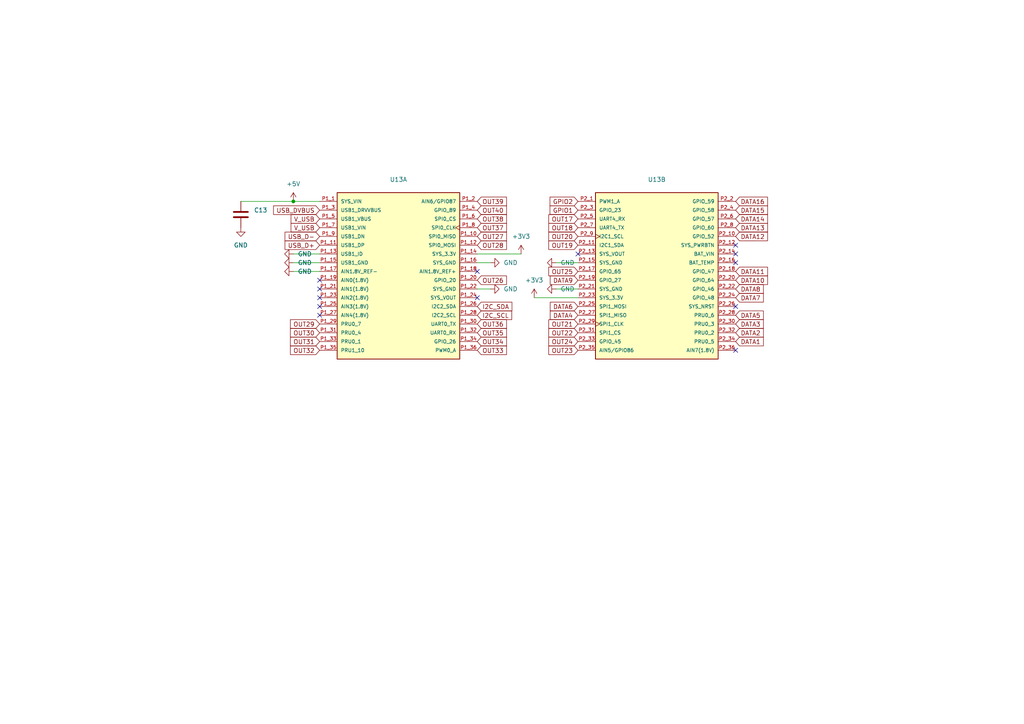
<source format=kicad_sch>
(kicad_sch (version 20211123) (generator eeschema)

  (uuid 7c254773-6646-41f9-8048-3d17751fad80)

  (paper "A4")

  (lib_symbols
    (symbol "Device:C" (pin_numbers hide) (pin_names (offset 0.254)) (in_bom yes) (on_board yes)
      (property "Reference" "C" (id 0) (at 0.635 2.54 0)
        (effects (font (size 1.27 1.27)) (justify left))
      )
      (property "Value" "C" (id 1) (at 0.635 -2.54 0)
        (effects (font (size 1.27 1.27)) (justify left))
      )
      (property "Footprint" "" (id 2) (at 0.9652 -3.81 0)
        (effects (font (size 1.27 1.27)) hide)
      )
      (property "Datasheet" "~" (id 3) (at 0 0 0)
        (effects (font (size 1.27 1.27)) hide)
      )
      (property "ki_keywords" "cap capacitor" (id 4) (at 0 0 0)
        (effects (font (size 1.27 1.27)) hide)
      )
      (property "ki_description" "Unpolarized capacitor" (id 5) (at 0 0 0)
        (effects (font (size 1.27 1.27)) hide)
      )
      (property "ki_fp_filters" "C_*" (id 6) (at 0 0 0)
        (effects (font (size 1.27 1.27)) hide)
      )
      (symbol "C_0_1"
        (polyline
          (pts
            (xy -2.032 -0.762)
            (xy 2.032 -0.762)
          )
          (stroke (width 0.508) (type default) (color 0 0 0 0))
          (fill (type none))
        )
        (polyline
          (pts
            (xy -2.032 0.762)
            (xy 2.032 0.762)
          )
          (stroke (width 0.508) (type default) (color 0 0 0 0))
          (fill (type none))
        )
      )
      (symbol "C_1_1"
        (pin passive line (at 0 3.81 270) (length 2.794)
          (name "~" (effects (font (size 1.27 1.27))))
          (number "1" (effects (font (size 1.27 1.27))))
        )
        (pin passive line (at 0 -3.81 90) (length 2.794)
          (name "~" (effects (font (size 1.27 1.27))))
          (number "2" (effects (font (size 1.27 1.27))))
        )
      )
    )
    (symbol "POCKETBEAGLE-SC-569:POCKETBEAGLE-SC-569" (pin_names (offset 1.016)) (in_bom yes) (on_board yes)
      (property "Reference" "U" (id 0) (at -17.78 22.86 0)
        (effects (font (size 1.27 1.27)) (justify left bottom))
      )
      (property "Value" "POCKETBEAGLE-SC-569" (id 1) (at -17.78 -27.94 0)
        (effects (font (size 1.27 1.27)) (justify left bottom))
      )
      (property "Footprint" "BEAGLE_POCKETBEAGLE-SC-569" (id 2) (at 35.56 -2.54 0)
        (effects (font (size 1.27 1.27)) (justify left bottom) hide)
      )
      (property "Datasheet" "" (id 3) (at 0 0 0)
        (effects (font (size 1.27 1.27)) (justify left bottom) hide)
      )
      (property "STANDARD" "MANUFACTURER RECOMMENDATIONS" (id 4) (at 35.56 2.54 0)
        (effects (font (size 1.27 1.27)) (justify left bottom) hide)
      )
      (property "MANUFACTURER" "BEAGLE BOARD" (id 5) (at 35.56 0 0)
        (effects (font (size 1.27 1.27)) (justify left bottom) hide)
      )
      (property "ki_locked" "" (id 6) (at 0 0 0)
        (effects (font (size 1.27 1.27)))
      )
      (symbol "POCKETBEAGLE-SC-569_1_0"
        (rectangle (start -17.78 22.86) (end 17.78 -25.4)
          (stroke (width 0.254) (type default) (color 0 0 0 0))
          (fill (type background))
        )
        (pin input line (at -22.86 20.32 0) (length 5.08)
          (name "SYS_VIN" (effects (font (size 1.016 1.016))))
          (number "P1_1" (effects (font (size 1.016 1.016))))
        )
        (pin bidirectional line (at 22.86 10.16 180) (length 5.08)
          (name "SPI0_MISO" (effects (font (size 1.016 1.016))))
          (number "P1_10" (effects (font (size 1.016 1.016))))
        )
        (pin bidirectional line (at -22.86 7.62 0) (length 5.08)
          (name "USB1_DP" (effects (font (size 1.016 1.016))))
          (number "P1_11" (effects (font (size 1.016 1.016))))
        )
        (pin bidirectional line (at 22.86 7.62 180) (length 5.08)
          (name "SPI0_MOSI" (effects (font (size 1.016 1.016))))
          (number "P1_12" (effects (font (size 1.016 1.016))))
        )
        (pin input line (at -22.86 5.08 0) (length 5.08)
          (name "USB1_ID" (effects (font (size 1.016 1.016))))
          (number "P1_13" (effects (font (size 1.016 1.016))))
        )
        (pin power_in line (at 22.86 5.08 180) (length 5.08)
          (name "SYS_3.3V" (effects (font (size 1.016 1.016))))
          (number "P1_14" (effects (font (size 1.016 1.016))))
        )
        (pin power_in line (at -22.86 2.54 0) (length 5.08)
          (name "USB1_GND" (effects (font (size 1.016 1.016))))
          (number "P1_15" (effects (font (size 1.016 1.016))))
        )
        (pin power_in line (at 22.86 2.54 180) (length 5.08)
          (name "SYS_GND" (effects (font (size 1.016 1.016))))
          (number "P1_16" (effects (font (size 1.016 1.016))))
        )
        (pin power_in line (at -22.86 0 0) (length 5.08)
          (name "AIN1.8V_REF-" (effects (font (size 1.016 1.016))))
          (number "P1_17" (effects (font (size 1.016 1.016))))
        )
        (pin power_in line (at 22.86 0 180) (length 5.08)
          (name "AIN1.8V_REF+" (effects (font (size 1.016 1.016))))
          (number "P1_18" (effects (font (size 1.016 1.016))))
        )
        (pin power_in line (at -22.86 -2.54 0) (length 5.08)
          (name "AIN0(1.8V)" (effects (font (size 1.016 1.016))))
          (number "P1_19" (effects (font (size 1.016 1.016))))
        )
        (pin bidirectional line (at 22.86 20.32 180) (length 5.08)
          (name "AIN6/GPIO87" (effects (font (size 1.016 1.016))))
          (number "P1_2" (effects (font (size 1.016 1.016))))
        )
        (pin bidirectional line (at 22.86 -2.54 180) (length 5.08)
          (name "GPIO_20" (effects (font (size 1.016 1.016))))
          (number "P1_20" (effects (font (size 1.016 1.016))))
        )
        (pin power_in line (at -22.86 -5.08 0) (length 5.08)
          (name "AIN1(1.8V)" (effects (font (size 1.016 1.016))))
          (number "P1_21" (effects (font (size 1.016 1.016))))
        )
        (pin power_in line (at 22.86 -5.08 180) (length 5.08)
          (name "SYS_GND" (effects (font (size 1.016 1.016))))
          (number "P1_22" (effects (font (size 1.016 1.016))))
        )
        (pin power_in line (at -22.86 -7.62 0) (length 5.08)
          (name "AIN2(1.8V)" (effects (font (size 1.016 1.016))))
          (number "P1_23" (effects (font (size 1.016 1.016))))
        )
        (pin output line (at 22.86 -7.62 180) (length 5.08)
          (name "SYS_VOUT" (effects (font (size 1.016 1.016))))
          (number "P1_24" (effects (font (size 1.016 1.016))))
        )
        (pin power_in line (at -22.86 -10.16 0) (length 5.08)
          (name "AIN3(1.8V)" (effects (font (size 1.016 1.016))))
          (number "P1_25" (effects (font (size 1.016 1.016))))
        )
        (pin bidirectional line (at 22.86 -10.16 180) (length 5.08)
          (name "I2C2_SDA" (effects (font (size 1.016 1.016))))
          (number "P1_26" (effects (font (size 1.016 1.016))))
        )
        (pin power_in line (at -22.86 -12.7 0) (length 5.08)
          (name "AIN4(1.8V)" (effects (font (size 1.016 1.016))))
          (number "P1_27" (effects (font (size 1.016 1.016))))
        )
        (pin bidirectional line (at 22.86 -12.7 180) (length 5.08)
          (name "I2C2_SCL" (effects (font (size 1.016 1.016))))
          (number "P1_28" (effects (font (size 1.016 1.016))))
        )
        (pin bidirectional line (at -22.86 -15.24 0) (length 5.08)
          (name "PRU0_7" (effects (font (size 1.016 1.016))))
          (number "P1_29" (effects (font (size 1.016 1.016))))
        )
        (pin bidirectional line (at -22.86 17.78 0) (length 5.08)
          (name "USB1_DRVVBUS" (effects (font (size 1.016 1.016))))
          (number "P1_3" (effects (font (size 1.016 1.016))))
        )
        (pin bidirectional line (at 22.86 -15.24 180) (length 5.08)
          (name "UART0_TX" (effects (font (size 1.016 1.016))))
          (number "P1_30" (effects (font (size 1.016 1.016))))
        )
        (pin bidirectional line (at -22.86 -17.78 0) (length 5.08)
          (name "PRU0_4" (effects (font (size 1.016 1.016))))
          (number "P1_31" (effects (font (size 1.016 1.016))))
        )
        (pin bidirectional line (at 22.86 -17.78 180) (length 5.08)
          (name "UART0_RX" (effects (font (size 1.016 1.016))))
          (number "P1_32" (effects (font (size 1.016 1.016))))
        )
        (pin bidirectional line (at -22.86 -20.32 0) (length 5.08)
          (name "PRU0_1" (effects (font (size 1.016 1.016))))
          (number "P1_33" (effects (font (size 1.016 1.016))))
        )
        (pin bidirectional line (at 22.86 -20.32 180) (length 5.08)
          (name "GPIO_26" (effects (font (size 1.016 1.016))))
          (number "P1_34" (effects (font (size 1.016 1.016))))
        )
        (pin bidirectional line (at -22.86 -22.86 0) (length 5.08)
          (name "PRU1_10" (effects (font (size 1.016 1.016))))
          (number "P1_35" (effects (font (size 1.016 1.016))))
        )
        (pin bidirectional line (at 22.86 -22.86 180) (length 5.08)
          (name "PWM0_A" (effects (font (size 1.016 1.016))))
          (number "P1_36" (effects (font (size 1.016 1.016))))
        )
        (pin bidirectional line (at 22.86 17.78 180) (length 5.08)
          (name "GPIO_89" (effects (font (size 1.016 1.016))))
          (number "P1_4" (effects (font (size 1.016 1.016))))
        )
        (pin input line (at -22.86 15.24 0) (length 5.08)
          (name "USB1_VBUS" (effects (font (size 1.016 1.016))))
          (number "P1_5" (effects (font (size 1.016 1.016))))
        )
        (pin bidirectional line (at 22.86 15.24 180) (length 5.08)
          (name "SPI0_CS" (effects (font (size 1.016 1.016))))
          (number "P1_6" (effects (font (size 1.016 1.016))))
        )
        (pin input line (at -22.86 12.7 0) (length 5.08)
          (name "USB1_VIN" (effects (font (size 1.016 1.016))))
          (number "P1_7" (effects (font (size 1.016 1.016))))
        )
        (pin bidirectional clock (at 22.86 12.7 180) (length 5.08)
          (name "SPI0_CLK" (effects (font (size 1.016 1.016))))
          (number "P1_8" (effects (font (size 1.016 1.016))))
        )
        (pin bidirectional line (at -22.86 10.16 0) (length 5.08)
          (name "USB1_DN" (effects (font (size 1.016 1.016))))
          (number "P1_9" (effects (font (size 1.016 1.016))))
        )
      )
      (symbol "POCKETBEAGLE-SC-569_2_0"
        (rectangle (start -17.78 22.86) (end 17.78 -25.4)
          (stroke (width 0.254) (type default) (color 0 0 0 0))
          (fill (type background))
        )
        (pin bidirectional line (at -22.86 20.32 0) (length 5.08)
          (name "PWM1_A" (effects (font (size 1.016 1.016))))
          (number "P2_1" (effects (font (size 1.016 1.016))))
        )
        (pin bidirectional line (at 22.86 10.16 180) (length 5.08)
          (name "GPIO_52" (effects (font (size 1.016 1.016))))
          (number "P2_10" (effects (font (size 1.016 1.016))))
        )
        (pin bidirectional line (at -22.86 7.62 0) (length 5.08)
          (name "I2C1_SDA" (effects (font (size 1.016 1.016))))
          (number "P2_11" (effects (font (size 1.016 1.016))))
        )
        (pin power_in line (at 22.86 7.62 180) (length 5.08)
          (name "SYS_PWRBTN" (effects (font (size 1.016 1.016))))
          (number "P2_12" (effects (font (size 1.016 1.016))))
        )
        (pin output line (at -22.86 5.08 0) (length 5.08)
          (name "SYS_VOUT" (effects (font (size 1.016 1.016))))
          (number "P2_13" (effects (font (size 1.016 1.016))))
        )
        (pin input line (at 22.86 5.08 180) (length 5.08)
          (name "BAT_VIN" (effects (font (size 1.016 1.016))))
          (number "P2_14" (effects (font (size 1.016 1.016))))
        )
        (pin power_in line (at -22.86 2.54 0) (length 5.08)
          (name "SYS_GND" (effects (font (size 1.016 1.016))))
          (number "P2_15" (effects (font (size 1.016 1.016))))
        )
        (pin bidirectional line (at 22.86 2.54 180) (length 5.08)
          (name "BAT_TEMP" (effects (font (size 1.016 1.016))))
          (number "P2_16" (effects (font (size 1.016 1.016))))
        )
        (pin bidirectional line (at -22.86 0 0) (length 5.08)
          (name "GPIO_65" (effects (font (size 1.016 1.016))))
          (number "P2_17" (effects (font (size 1.016 1.016))))
        )
        (pin bidirectional line (at 22.86 0 180) (length 5.08)
          (name "GPIO_47" (effects (font (size 1.016 1.016))))
          (number "P2_18" (effects (font (size 1.016 1.016))))
        )
        (pin bidirectional line (at -22.86 -2.54 0) (length 5.08)
          (name "GPIO_27" (effects (font (size 1.016 1.016))))
          (number "P2_19" (effects (font (size 1.016 1.016))))
        )
        (pin bidirectional line (at 22.86 20.32 180) (length 5.08)
          (name "GPIO_59" (effects (font (size 1.016 1.016))))
          (number "P2_2" (effects (font (size 1.016 1.016))))
        )
        (pin bidirectional line (at 22.86 -2.54 180) (length 5.08)
          (name "GPIO_64" (effects (font (size 1.016 1.016))))
          (number "P2_20" (effects (font (size 1.016 1.016))))
        )
        (pin power_in line (at -22.86 -5.08 0) (length 5.08)
          (name "SYS_GND" (effects (font (size 1.016 1.016))))
          (number "P2_21" (effects (font (size 1.016 1.016))))
        )
        (pin bidirectional line (at 22.86 -5.08 180) (length 5.08)
          (name "GPIO_46" (effects (font (size 1.016 1.016))))
          (number "P2_22" (effects (font (size 1.016 1.016))))
        )
        (pin power_in line (at -22.86 -7.62 0) (length 5.08)
          (name "SYS_3.3V" (effects (font (size 1.016 1.016))))
          (number "P2_23" (effects (font (size 1.016 1.016))))
        )
        (pin bidirectional line (at 22.86 -7.62 180) (length 5.08)
          (name "GPIO_48" (effects (font (size 1.016 1.016))))
          (number "P2_24" (effects (font (size 1.016 1.016))))
        )
        (pin bidirectional line (at -22.86 -10.16 0) (length 5.08)
          (name "SPI1_MOSI" (effects (font (size 1.016 1.016))))
          (number "P2_25" (effects (font (size 1.016 1.016))))
        )
        (pin bidirectional line (at 22.86 -10.16 180) (length 5.08)
          (name "SYS_NRST" (effects (font (size 1.016 1.016))))
          (number "P2_26" (effects (font (size 1.016 1.016))))
        )
        (pin bidirectional line (at -22.86 -12.7 0) (length 5.08)
          (name "SPI1_MISO" (effects (font (size 1.016 1.016))))
          (number "P2_27" (effects (font (size 1.016 1.016))))
        )
        (pin bidirectional line (at 22.86 -12.7 180) (length 5.08)
          (name "PRU0_6" (effects (font (size 1.016 1.016))))
          (number "P2_28" (effects (font (size 1.016 1.016))))
        )
        (pin bidirectional clock (at -22.86 -15.24 0) (length 5.08)
          (name "SPI1_CLK" (effects (font (size 1.016 1.016))))
          (number "P2_29" (effects (font (size 1.016 1.016))))
        )
        (pin bidirectional line (at -22.86 17.78 0) (length 5.08)
          (name "GPIO_23" (effects (font (size 1.016 1.016))))
          (number "P2_3" (effects (font (size 1.016 1.016))))
        )
        (pin bidirectional line (at 22.86 -15.24 180) (length 5.08)
          (name "PRU0_3" (effects (font (size 1.016 1.016))))
          (number "P2_30" (effects (font (size 1.016 1.016))))
        )
        (pin bidirectional line (at -22.86 -17.78 0) (length 5.08)
          (name "SPI1_CS" (effects (font (size 1.016 1.016))))
          (number "P2_31" (effects (font (size 1.016 1.016))))
        )
        (pin bidirectional line (at 22.86 -17.78 180) (length 5.08)
          (name "PRU0_2" (effects (font (size 1.016 1.016))))
          (number "P2_32" (effects (font (size 1.016 1.016))))
        )
        (pin bidirectional line (at -22.86 -20.32 0) (length 5.08)
          (name "GPIO_45" (effects (font (size 1.016 1.016))))
          (number "P2_33" (effects (font (size 1.016 1.016))))
        )
        (pin bidirectional line (at 22.86 -20.32 180) (length 5.08)
          (name "PRU0_5" (effects (font (size 1.016 1.016))))
          (number "P2_34" (effects (font (size 1.016 1.016))))
        )
        (pin bidirectional line (at -22.86 -22.86 0) (length 5.08)
          (name "AIN5/GPIO86" (effects (font (size 1.016 1.016))))
          (number "P2_35" (effects (font (size 1.016 1.016))))
        )
        (pin power_in line (at 22.86 -22.86 180) (length 5.08)
          (name "AIN7(1.8V)" (effects (font (size 1.016 1.016))))
          (number "P2_36" (effects (font (size 1.016 1.016))))
        )
        (pin bidirectional line (at 22.86 17.78 180) (length 5.08)
          (name "GPIO_58" (effects (font (size 1.016 1.016))))
          (number "P2_4" (effects (font (size 1.016 1.016))))
        )
        (pin bidirectional line (at -22.86 15.24 0) (length 5.08)
          (name "UART4_RX" (effects (font (size 1.016 1.016))))
          (number "P2_5" (effects (font (size 1.016 1.016))))
        )
        (pin bidirectional line (at 22.86 15.24 180) (length 5.08)
          (name "GPIO_57" (effects (font (size 1.016 1.016))))
          (number "P2_6" (effects (font (size 1.016 1.016))))
        )
        (pin bidirectional line (at -22.86 12.7 0) (length 5.08)
          (name "UART4_TX" (effects (font (size 1.016 1.016))))
          (number "P2_7" (effects (font (size 1.016 1.016))))
        )
        (pin bidirectional line (at 22.86 12.7 180) (length 5.08)
          (name "GPIO_60" (effects (font (size 1.016 1.016))))
          (number "P2_8" (effects (font (size 1.016 1.016))))
        )
        (pin bidirectional clock (at -22.86 10.16 0) (length 5.08)
          (name "I2C1_SCL" (effects (font (size 1.016 1.016))))
          (number "P2_9" (effects (font (size 1.016 1.016))))
        )
      )
    )
    (symbol "power:+3.3V" (power) (pin_names (offset 0)) (in_bom yes) (on_board yes)
      (property "Reference" "#PWR" (id 0) (at 0 -3.81 0)
        (effects (font (size 1.27 1.27)) hide)
      )
      (property "Value" "+3.3V" (id 1) (at 0 3.556 0)
        (effects (font (size 1.27 1.27)))
      )
      (property "Footprint" "" (id 2) (at 0 0 0)
        (effects (font (size 1.27 1.27)) hide)
      )
      (property "Datasheet" "" (id 3) (at 0 0 0)
        (effects (font (size 1.27 1.27)) hide)
      )
      (property "ki_keywords" "power-flag" (id 4) (at 0 0 0)
        (effects (font (size 1.27 1.27)) hide)
      )
      (property "ki_description" "Power symbol creates a global label with name \"+3.3V\"" (id 5) (at 0 0 0)
        (effects (font (size 1.27 1.27)) hide)
      )
      (symbol "+3.3V_0_1"
        (polyline
          (pts
            (xy -0.762 1.27)
            (xy 0 2.54)
          )
          (stroke (width 0) (type default) (color 0 0 0 0))
          (fill (type none))
        )
        (polyline
          (pts
            (xy 0 0)
            (xy 0 2.54)
          )
          (stroke (width 0) (type default) (color 0 0 0 0))
          (fill (type none))
        )
        (polyline
          (pts
            (xy 0 2.54)
            (xy 0.762 1.27)
          )
          (stroke (width 0) (type default) (color 0 0 0 0))
          (fill (type none))
        )
      )
      (symbol "+3.3V_1_1"
        (pin power_in line (at 0 0 90) (length 0) hide
          (name "+3V3" (effects (font (size 1.27 1.27))))
          (number "1" (effects (font (size 1.27 1.27))))
        )
      )
    )
    (symbol "power:+5V" (power) (pin_names (offset 0)) (in_bom yes) (on_board yes)
      (property "Reference" "#PWR" (id 0) (at 0 -3.81 0)
        (effects (font (size 1.27 1.27)) hide)
      )
      (property "Value" "+5V" (id 1) (at 0 3.556 0)
        (effects (font (size 1.27 1.27)))
      )
      (property "Footprint" "" (id 2) (at 0 0 0)
        (effects (font (size 1.27 1.27)) hide)
      )
      (property "Datasheet" "" (id 3) (at 0 0 0)
        (effects (font (size 1.27 1.27)) hide)
      )
      (property "ki_keywords" "power-flag" (id 4) (at 0 0 0)
        (effects (font (size 1.27 1.27)) hide)
      )
      (property "ki_description" "Power symbol creates a global label with name \"+5V\"" (id 5) (at 0 0 0)
        (effects (font (size 1.27 1.27)) hide)
      )
      (symbol "+5V_0_1"
        (polyline
          (pts
            (xy -0.762 1.27)
            (xy 0 2.54)
          )
          (stroke (width 0) (type default) (color 0 0 0 0))
          (fill (type none))
        )
        (polyline
          (pts
            (xy 0 0)
            (xy 0 2.54)
          )
          (stroke (width 0) (type default) (color 0 0 0 0))
          (fill (type none))
        )
        (polyline
          (pts
            (xy 0 2.54)
            (xy 0.762 1.27)
          )
          (stroke (width 0) (type default) (color 0 0 0 0))
          (fill (type none))
        )
      )
      (symbol "+5V_1_1"
        (pin power_in line (at 0 0 90) (length 0) hide
          (name "+5V" (effects (font (size 1.27 1.27))))
          (number "1" (effects (font (size 1.27 1.27))))
        )
      )
    )
    (symbol "power:GND" (power) (pin_names (offset 0)) (in_bom yes) (on_board yes)
      (property "Reference" "#PWR" (id 0) (at 0 -6.35 0)
        (effects (font (size 1.27 1.27)) hide)
      )
      (property "Value" "GND" (id 1) (at 0 -3.81 0)
        (effects (font (size 1.27 1.27)))
      )
      (property "Footprint" "" (id 2) (at 0 0 0)
        (effects (font (size 1.27 1.27)) hide)
      )
      (property "Datasheet" "" (id 3) (at 0 0 0)
        (effects (font (size 1.27 1.27)) hide)
      )
      (property "ki_keywords" "power-flag" (id 4) (at 0 0 0)
        (effects (font (size 1.27 1.27)) hide)
      )
      (property "ki_description" "Power symbol creates a global label with name \"GND\" , ground" (id 5) (at 0 0 0)
        (effects (font (size 1.27 1.27)) hide)
      )
      (symbol "GND_0_1"
        (polyline
          (pts
            (xy 0 0)
            (xy 0 -1.27)
            (xy 1.27 -1.27)
            (xy 0 -2.54)
            (xy -1.27 -1.27)
            (xy 0 -1.27)
          )
          (stroke (width 0) (type default) (color 0 0 0 0))
          (fill (type none))
        )
      )
      (symbol "GND_1_1"
        (pin power_in line (at 0 0 270) (length 0) hide
          (name "GND" (effects (font (size 1.27 1.27))))
          (number "1" (effects (font (size 1.27 1.27))))
        )
      )
    )
  )

  (junction (at 85.09 58.42) (diameter 0) (color 0 0 0 0)
    (uuid bdfb4acf-3978-431e-9f80-746ef5e8d3d5)
  )

  (no_connect (at 213.36 88.9) (uuid 7e941ad0-a33b-48b4-bbe1-b4cd6bcaf811))
  (no_connect (at 167.64 73.66) (uuid b6bb680c-5019-444f-8f22-7b2496cdd1f7))
  (no_connect (at 213.36 101.6) (uuid b6bb680c-5019-444f-8f22-7b2496cdd1f8))
  (no_connect (at 213.36 71.12) (uuid b6bb680c-5019-444f-8f22-7b2496cdd1f9))
  (no_connect (at 213.36 76.2) (uuid b6bb680c-5019-444f-8f22-7b2496cdd1fa))
  (no_connect (at 213.36 73.66) (uuid b6bb680c-5019-444f-8f22-7b2496cdd1fb))
  (no_connect (at 138.43 78.74) (uuid b6bb680c-5019-444f-8f22-7b2496cdd1fc))
  (no_connect (at 138.43 86.36) (uuid b6bb680c-5019-444f-8f22-7b2496cdd1fd))
  (no_connect (at 92.71 81.28) (uuid b6bb680c-5019-444f-8f22-7b2496cdd1fe))
  (no_connect (at 92.71 83.82) (uuid b6bb680c-5019-444f-8f22-7b2496cdd1ff))
  (no_connect (at 92.71 86.36) (uuid b6bb680c-5019-444f-8f22-7b2496cdd200))
  (no_connect (at 92.71 88.9) (uuid b6bb680c-5019-444f-8f22-7b2496cdd201))
  (no_connect (at 92.71 91.44) (uuid b6bb680c-5019-444f-8f22-7b2496cdd202))

  (wire (pts (xy 85.09 76.2) (xy 92.71 76.2))
    (stroke (width 0) (type default) (color 0 0 0 0))
    (uuid 0db32ea2-96f1-4799-9766-4defd34500d3)
  )
  (wire (pts (xy 151.13 73.66) (xy 138.43 73.66))
    (stroke (width 0) (type default) (color 0 0 0 0))
    (uuid 16d08528-91f1-4c36-9fdd-ca5c0aaf9705)
  )
  (wire (pts (xy 142.24 83.82) (xy 138.43 83.82))
    (stroke (width 0) (type default) (color 0 0 0 0))
    (uuid 20f6c59e-ddc2-4829-86de-2794525c7d14)
  )
  (wire (pts (xy 161.29 76.2) (xy 167.64 76.2))
    (stroke (width 0) (type default) (color 0 0 0 0))
    (uuid 212700dc-ce1b-43c3-bd33-9d6f7bb69e09)
  )
  (wire (pts (xy 85.09 78.74) (xy 92.71 78.74))
    (stroke (width 0) (type default) (color 0 0 0 0))
    (uuid 6b04e1da-61fe-4247-9519-9d1050cd7bdf)
  )
  (wire (pts (xy 154.94 86.36) (xy 167.64 86.36))
    (stroke (width 0) (type default) (color 0 0 0 0))
    (uuid 795bcd9a-ebf8-49ac-9a07-f20188211dde)
  )
  (wire (pts (xy 69.85 58.42) (xy 85.09 58.42))
    (stroke (width 0) (type default) (color 0 0 0 0))
    (uuid 7fb8c05e-a102-43dc-8a54-666d0df2ee0a)
  )
  (wire (pts (xy 161.29 83.82) (xy 167.64 83.82))
    (stroke (width 0) (type default) (color 0 0 0 0))
    (uuid 9ba7fc51-281d-4763-a34a-66b369f01d5a)
  )
  (wire (pts (xy 142.24 76.2) (xy 138.43 76.2))
    (stroke (width 0) (type default) (color 0 0 0 0))
    (uuid a5f5e9f7-b326-4e16-be44-b4d28fefb60a)
  )
  (wire (pts (xy 85.09 73.66) (xy 92.71 73.66))
    (stroke (width 0) (type default) (color 0 0 0 0))
    (uuid f08f9bf9-fbc1-4434-adb8-bdb75709aa36)
  )
  (wire (pts (xy 85.09 58.42) (xy 92.71 58.42))
    (stroke (width 0) (type default) (color 0 0 0 0))
    (uuid fb816187-b562-47cd-a9cb-bbef4048ca42)
  )

  (global_label "DATA7" (shape input) (at 213.36 86.36 0) (fields_autoplaced)
    (effects (font (size 1.27 1.27)) (justify left))
    (uuid 013d28f0-33d8-45fa-94c3-0e6cfa3f427e)
    (property "Intersheet References" "${INTERSHEET_REFS}" (id 0) (at 221.3974 86.4394 0)
      (effects (font (size 1.27 1.27)) (justify left) hide)
    )
  )
  (global_label "DATA10" (shape input) (at 213.36 81.28 0) (fields_autoplaced)
    (effects (font (size 1.27 1.27)) (justify left))
    (uuid 042cd293-06db-42f3-afc5-3844e62e7be3)
    (property "Intersheet References" "${INTERSHEET_REFS}" (id 0) (at 222.6069 81.2006 0)
      (effects (font (size 1.27 1.27)) (justify left) hide)
    )
  )
  (global_label "OUT30" (shape input) (at 92.71 96.52 180) (fields_autoplaced)
    (effects (font (size 1.27 1.27)) (justify right))
    (uuid 081a2b6c-3b06-41c8-a6b2-297e145be970)
    (property "Intersheet References" "${INTERSHEET_REFS}" (id 0) (at 84.2493 96.5994 0)
      (effects (font (size 1.27 1.27)) (justify right) hide)
    )
  )
  (global_label "DATA16" (shape input) (at 213.36 58.42 0) (fields_autoplaced)
    (effects (font (size 1.27 1.27)) (justify left))
    (uuid 097aed7f-15cd-4bc6-a697-f0499ea9ca60)
    (property "Intersheet References" "${INTERSHEET_REFS}" (id 0) (at 222.6069 58.3406 0)
      (effects (font (size 1.27 1.27)) (justify left) hide)
    )
  )
  (global_label "OUT31" (shape input) (at 92.71 99.06 180) (fields_autoplaced)
    (effects (font (size 1.27 1.27)) (justify right))
    (uuid 0a69b721-d367-499e-b9ef-9edaa4b21d16)
    (property "Intersheet References" "${INTERSHEET_REFS}" (id 0) (at 84.2493 99.1394 0)
      (effects (font (size 1.27 1.27)) (justify right) hide)
    )
  )
  (global_label "OUT26" (shape input) (at 138.43 81.28 0) (fields_autoplaced)
    (effects (font (size 1.27 1.27)) (justify left))
    (uuid 0f00dcf4-f0d3-417c-818d-bc0e37b67c1c)
    (property "Intersheet References" "${INTERSHEET_REFS}" (id 0) (at 146.8907 81.3594 0)
      (effects (font (size 1.27 1.27)) (justify left) hide)
    )
  )
  (global_label "I2C_SDA" (shape input) (at 138.43 88.9 0) (fields_autoplaced)
    (effects (font (size 1.27 1.27)) (justify left))
    (uuid 1368c2ec-f6c9-4eb6-b850-ede8fce5f93f)
    (property "Intersheet References" "${INTERSHEET_REFS}" (id 0) (at 148.4631 88.8206 0)
      (effects (font (size 1.27 1.27)) (justify left) hide)
    )
  )
  (global_label "USB_D+" (shape input) (at 92.71 71.12 180) (fields_autoplaced)
    (effects (font (size 1.27 1.27)) (justify right))
    (uuid 1952be80-b444-4b68-9999-d9c3b9d18c82)
    (property "Intersheet References" "${INTERSHEET_REFS}" (id 0) (at 82.6769 71.0406 0)
      (effects (font (size 1.27 1.27)) (justify right) hide)
    )
  )
  (global_label "USB_DVBUS" (shape input) (at 92.71 60.96 180) (fields_autoplaced)
    (effects (font (size 1.27 1.27)) (justify right))
    (uuid 19956d14-44ae-480b-89a2-5e629f4fc78e)
    (property "Intersheet References" "${INTERSHEET_REFS}" (id 0) (at 79.3507 60.8806 0)
      (effects (font (size 1.27 1.27)) (justify right) hide)
    )
  )
  (global_label "OUT20" (shape input) (at 167.64 68.58 180) (fields_autoplaced)
    (effects (font (size 1.27 1.27)) (justify right))
    (uuid 29eee2c9-6071-4c6a-bf41-8b6a3d7611b3)
    (property "Intersheet References" "${INTERSHEET_REFS}" (id 0) (at 159.1793 68.5006 0)
      (effects (font (size 1.27 1.27)) (justify right) hide)
    )
  )
  (global_label "OUT35" (shape input) (at 138.43 96.52 0) (fields_autoplaced)
    (effects (font (size 1.27 1.27)) (justify left))
    (uuid 2b8216a2-c165-43aa-8f01-03bdb2710c7d)
    (property "Intersheet References" "${INTERSHEET_REFS}" (id 0) (at 146.8907 96.4406 0)
      (effects (font (size 1.27 1.27)) (justify left) hide)
    )
  )
  (global_label "OUT25" (shape input) (at 167.64 78.74 180) (fields_autoplaced)
    (effects (font (size 1.27 1.27)) (justify right))
    (uuid 2b91a5b1-533e-4f41-9371-cec82ba3644d)
    (property "Intersheet References" "${INTERSHEET_REFS}" (id 0) (at 159.1793 78.6606 0)
      (effects (font (size 1.27 1.27)) (justify right) hide)
    )
  )
  (global_label "OUT32" (shape input) (at 92.71 101.6 180) (fields_autoplaced)
    (effects (font (size 1.27 1.27)) (justify right))
    (uuid 3c702fe9-2b93-4c01-a32c-7f6170e61f7a)
    (property "Intersheet References" "${INTERSHEET_REFS}" (id 0) (at 84.2493 101.6794 0)
      (effects (font (size 1.27 1.27)) (justify right) hide)
    )
  )
  (global_label "DATA13" (shape input) (at 213.36 66.04 0) (fields_autoplaced)
    (effects (font (size 1.27 1.27)) (justify left))
    (uuid 407e5ff3-ea9d-401c-a1e1-c2fe7d2ee85e)
    (property "Intersheet References" "${INTERSHEET_REFS}" (id 0) (at 222.6069 65.9606 0)
      (effects (font (size 1.27 1.27)) (justify left) hide)
    )
  )
  (global_label "DATA2" (shape input) (at 213.36 96.52 0) (fields_autoplaced)
    (effects (font (size 1.27 1.27)) (justify left))
    (uuid 4587065f-8fff-4178-a524-978cbe0510fa)
    (property "Intersheet References" "${INTERSHEET_REFS}" (id 0) (at 221.3974 96.5994 0)
      (effects (font (size 1.27 1.27)) (justify left) hide)
    )
  )
  (global_label "DATA15" (shape input) (at 213.36 60.96 0) (fields_autoplaced)
    (effects (font (size 1.27 1.27)) (justify left))
    (uuid 46fe266f-7f28-4bf5-9c26-12e52ae77552)
    (property "Intersheet References" "${INTERSHEET_REFS}" (id 0) (at 222.6069 60.8806 0)
      (effects (font (size 1.27 1.27)) (justify left) hide)
    )
  )
  (global_label "OUT33" (shape input) (at 138.43 101.6 0) (fields_autoplaced)
    (effects (font (size 1.27 1.27)) (justify left))
    (uuid 47d621bd-f87b-4d2f-b195-70ed30105922)
    (property "Intersheet References" "${INTERSHEET_REFS}" (id 0) (at 146.8907 101.5206 0)
      (effects (font (size 1.27 1.27)) (justify left) hide)
    )
  )
  (global_label "OUT29" (shape input) (at 92.71 93.98 180) (fields_autoplaced)
    (effects (font (size 1.27 1.27)) (justify right))
    (uuid 4ae230e1-bf0b-47b1-8968-a7d48dbfb273)
    (property "Intersheet References" "${INTERSHEET_REFS}" (id 0) (at 84.2493 94.0594 0)
      (effects (font (size 1.27 1.27)) (justify right) hide)
    )
  )
  (global_label "OUT34" (shape input) (at 138.43 99.06 0) (fields_autoplaced)
    (effects (font (size 1.27 1.27)) (justify left))
    (uuid 4e4f9f50-3541-4b2e-9f9d-ab8c7f79dad9)
    (property "Intersheet References" "${INTERSHEET_REFS}" (id 0) (at 146.8907 98.9806 0)
      (effects (font (size 1.27 1.27)) (justify left) hide)
    )
  )
  (global_label "OUT23" (shape input) (at 167.64 101.6 180) (fields_autoplaced)
    (effects (font (size 1.27 1.27)) (justify right))
    (uuid 5074a212-97ec-445b-8d21-a01e2dd0100b)
    (property "Intersheet References" "${INTERSHEET_REFS}" (id 0) (at 159.1793 101.5206 0)
      (effects (font (size 1.27 1.27)) (justify right) hide)
    )
  )
  (global_label "V_USB" (shape input) (at 92.71 66.04 180) (fields_autoplaced)
    (effects (font (size 1.27 1.27)) (justify right))
    (uuid 5980bf72-28ae-4489-94c5-3190756f1603)
    (property "Intersheet References" "${INTERSHEET_REFS}" (id 0) (at 84.4307 65.9606 0)
      (effects (font (size 1.27 1.27)) (justify right) hide)
    )
  )
  (global_label "OUT27" (shape input) (at 138.43 68.58 0) (fields_autoplaced)
    (effects (font (size 1.27 1.27)) (justify left))
    (uuid 623244d9-66ea-472b-9bd8-ad62e4c7cb73)
    (property "Intersheet References" "${INTERSHEET_REFS}" (id 0) (at 146.8907 68.6594 0)
      (effects (font (size 1.27 1.27)) (justify left) hide)
    )
  )
  (global_label "OUT24" (shape input) (at 167.64 99.06 180) (fields_autoplaced)
    (effects (font (size 1.27 1.27)) (justify right))
    (uuid 667ed57f-1eb1-4a7a-b089-1084f6d4fdc6)
    (property "Intersheet References" "${INTERSHEET_REFS}" (id 0) (at 159.1793 98.9806 0)
      (effects (font (size 1.27 1.27)) (justify right) hide)
    )
  )
  (global_label "OUT40" (shape input) (at 138.43 60.96 0) (fields_autoplaced)
    (effects (font (size 1.27 1.27)) (justify left))
    (uuid 6bb3a453-52db-491b-98d4-7b9c63c694df)
    (property "Intersheet References" "${INTERSHEET_REFS}" (id 0) (at 146.8907 60.8806 0)
      (effects (font (size 1.27 1.27)) (justify left) hide)
    )
  )
  (global_label "DATA1" (shape input) (at 213.36 99.06 0) (fields_autoplaced)
    (effects (font (size 1.27 1.27)) (justify left))
    (uuid 71d32460-43ec-4190-a07d-8dae96a3840f)
    (property "Intersheet References" "${INTERSHEET_REFS}" (id 0) (at 221.3974 99.1394 0)
      (effects (font (size 1.27 1.27)) (justify left) hide)
    )
  )
  (global_label "DATA3" (shape input) (at 213.36 93.98 0) (fields_autoplaced)
    (effects (font (size 1.27 1.27)) (justify left))
    (uuid 72b57dd8-1622-4a76-8600-8cfe0daf5e9b)
    (property "Intersheet References" "${INTERSHEET_REFS}" (id 0) (at 221.3974 94.0594 0)
      (effects (font (size 1.27 1.27)) (justify left) hide)
    )
  )
  (global_label "OUT19" (shape input) (at 167.64 71.12 180) (fields_autoplaced)
    (effects (font (size 1.27 1.27)) (justify right))
    (uuid 74371534-71b9-4b1f-a081-52e37c6987d6)
    (property "Intersheet References" "${INTERSHEET_REFS}" (id 0) (at 159.1793 71.0406 0)
      (effects (font (size 1.27 1.27)) (justify right) hide)
    )
  )
  (global_label "DATA8" (shape input) (at 213.36 83.82 0) (fields_autoplaced)
    (effects (font (size 1.27 1.27)) (justify left))
    (uuid 7b4aec56-1cf1-4e51-b2c2-c8434a652b1b)
    (property "Intersheet References" "${INTERSHEET_REFS}" (id 0) (at 221.3974 83.7406 0)
      (effects (font (size 1.27 1.27)) (justify left) hide)
    )
  )
  (global_label "DATA14" (shape input) (at 213.36 63.5 0) (fields_autoplaced)
    (effects (font (size 1.27 1.27)) (justify left))
    (uuid 7cd76fd8-66ce-4acc-975f-29236829bc72)
    (property "Intersheet References" "${INTERSHEET_REFS}" (id 0) (at 222.6069 63.4206 0)
      (effects (font (size 1.27 1.27)) (justify left) hide)
    )
  )
  (global_label "DATA9" (shape input) (at 167.64 81.28 180) (fields_autoplaced)
    (effects (font (size 1.27 1.27)) (justify right))
    (uuid 7f0220db-3294-488e-924c-6c77632166e6)
    (property "Intersheet References" "${INTERSHEET_REFS}" (id 0) (at 159.6026 81.3594 0)
      (effects (font (size 1.27 1.27)) (justify right) hide)
    )
  )
  (global_label "GPIO1" (shape input) (at 167.64 60.96 180) (fields_autoplaced)
    (effects (font (size 1.27 1.27)) (justify right))
    (uuid 8299a198-46bb-4cf1-b360-f5ebb46e40f8)
    (property "Intersheet References" "${INTERSHEET_REFS}" (id 0) (at 159.5421 61.0394 0)
      (effects (font (size 1.27 1.27)) (justify right) hide)
    )
  )
  (global_label "USB_D-" (shape input) (at 92.71 68.58 180) (fields_autoplaced)
    (effects (font (size 1.27 1.27)) (justify right))
    (uuid 8dc96ddf-9ff1-4965-9720-f2e619089516)
    (property "Intersheet References" "${INTERSHEET_REFS}" (id 0) (at 82.6769 68.5006 0)
      (effects (font (size 1.27 1.27)) (justify right) hide)
    )
  )
  (global_label "DATA12" (shape input) (at 213.36 68.58 0) (fields_autoplaced)
    (effects (font (size 1.27 1.27)) (justify left))
    (uuid 8fed0e0a-26dc-4a72-90aa-ea5472fc435e)
    (property "Intersheet References" "${INTERSHEET_REFS}" (id 0) (at 222.6069 68.5006 0)
      (effects (font (size 1.27 1.27)) (justify left) hide)
    )
  )
  (global_label "OUT22" (shape input) (at 167.64 96.52 180) (fields_autoplaced)
    (effects (font (size 1.27 1.27)) (justify right))
    (uuid 9446fc5e-4b24-41c2-869d-07d6a019273f)
    (property "Intersheet References" "${INTERSHEET_REFS}" (id 0) (at 159.1793 96.4406 0)
      (effects (font (size 1.27 1.27)) (justify right) hide)
    )
  )
  (global_label "OUT17" (shape input) (at 167.64 63.5 180) (fields_autoplaced)
    (effects (font (size 1.27 1.27)) (justify right))
    (uuid 9973cbee-0e27-4d74-9129-20a0fdec1ed6)
    (property "Intersheet References" "${INTERSHEET_REFS}" (id 0) (at 159.1793 63.5794 0)
      (effects (font (size 1.27 1.27)) (justify right) hide)
    )
  )
  (global_label "OUT37" (shape input) (at 138.43 66.04 0) (fields_autoplaced)
    (effects (font (size 1.27 1.27)) (justify left))
    (uuid ab8b9096-df27-4863-8469-d7042c624744)
    (property "Intersheet References" "${INTERSHEET_REFS}" (id 0) (at 146.8907 65.9606 0)
      (effects (font (size 1.27 1.27)) (justify left) hide)
    )
  )
  (global_label "OUT36" (shape input) (at 138.43 93.98 0) (fields_autoplaced)
    (effects (font (size 1.27 1.27)) (justify left))
    (uuid b42f649e-544c-42b2-8d29-b639e2cf108d)
    (property "Intersheet References" "${INTERSHEET_REFS}" (id 0) (at 146.8907 93.9006 0)
      (effects (font (size 1.27 1.27)) (justify left) hide)
    )
  )
  (global_label "OUT21" (shape input) (at 167.64 93.98 180) (fields_autoplaced)
    (effects (font (size 1.27 1.27)) (justify right))
    (uuid b6f26565-08d1-4a4e-aeac-e28e7ba1efec)
    (property "Intersheet References" "${INTERSHEET_REFS}" (id 0) (at 159.1793 93.9006 0)
      (effects (font (size 1.27 1.27)) (justify right) hide)
    )
  )
  (global_label "GPIO2" (shape input) (at 167.64 58.42 180) (fields_autoplaced)
    (effects (font (size 1.27 1.27)) (justify right))
    (uuid c1089ecb-6de0-4bd8-9e1a-a2610044588b)
    (property "Intersheet References" "${INTERSHEET_REFS}" (id 0) (at 159.5421 58.4994 0)
      (effects (font (size 1.27 1.27)) (justify right) hide)
    )
  )
  (global_label "DATA5" (shape input) (at 213.36 91.44 0) (fields_autoplaced)
    (effects (font (size 1.27 1.27)) (justify left))
    (uuid c123535d-98ab-48de-8e2b-c7fccd3c6ad2)
    (property "Intersheet References" "${INTERSHEET_REFS}" (id 0) (at 221.3974 91.5194 0)
      (effects (font (size 1.27 1.27)) (justify left) hide)
    )
  )
  (global_label "DATA11" (shape input) (at 213.36 78.74 0) (fields_autoplaced)
    (effects (font (size 1.27 1.27)) (justify left))
    (uuid c16c6702-aaeb-44cd-a7e7-a2a5ec7036d3)
    (property "Intersheet References" "${INTERSHEET_REFS}" (id 0) (at 222.6069 78.6606 0)
      (effects (font (size 1.27 1.27)) (justify left) hide)
    )
  )
  (global_label "OUT39" (shape input) (at 138.43 58.42 0) (fields_autoplaced)
    (effects (font (size 1.27 1.27)) (justify left))
    (uuid c1d29dad-904e-498d-919f-e416416c6318)
    (property "Intersheet References" "${INTERSHEET_REFS}" (id 0) (at 146.8907 58.3406 0)
      (effects (font (size 1.27 1.27)) (justify left) hide)
    )
  )
  (global_label "DATA6" (shape input) (at 167.64 88.9 180) (fields_autoplaced)
    (effects (font (size 1.27 1.27)) (justify right))
    (uuid c330cea6-3f2e-4a89-9a7a-6c739fdc810f)
    (property "Intersheet References" "${INTERSHEET_REFS}" (id 0) (at 159.6026 88.8206 0)
      (effects (font (size 1.27 1.27)) (justify right) hide)
    )
  )
  (global_label "OUT28" (shape input) (at 138.43 71.12 0) (fields_autoplaced)
    (effects (font (size 1.27 1.27)) (justify left))
    (uuid ccdf8d8f-7080-4519-bb70-8191b1eb247b)
    (property "Intersheet References" "${INTERSHEET_REFS}" (id 0) (at 146.8907 71.1994 0)
      (effects (font (size 1.27 1.27)) (justify left) hide)
    )
  )
  (global_label "I2C_SCL" (shape input) (at 138.43 91.44 0) (fields_autoplaced)
    (effects (font (size 1.27 1.27)) (justify left))
    (uuid d5413610-096c-4b93-a1d2-e85e12af6a9e)
    (property "Intersheet References" "${INTERSHEET_REFS}" (id 0) (at 148.4026 91.3606 0)
      (effects (font (size 1.27 1.27)) (justify left) hide)
    )
  )
  (global_label "OUT18" (shape input) (at 167.64 66.04 180) (fields_autoplaced)
    (effects (font (size 1.27 1.27)) (justify right))
    (uuid d6fede60-fce9-4141-99b7-d82ff584a2fe)
    (property "Intersheet References" "${INTERSHEET_REFS}" (id 0) (at 159.1793 65.9606 0)
      (effects (font (size 1.27 1.27)) (justify right) hide)
    )
  )
  (global_label "V_USB" (shape input) (at 92.71 63.5 180) (fields_autoplaced)
    (effects (font (size 1.27 1.27)) (justify right))
    (uuid e3b9aa95-44c3-4928-a1e6-80470cbdd80a)
    (property "Intersheet References" "${INTERSHEET_REFS}" (id 0) (at 84.4307 63.4206 0)
      (effects (font (size 1.27 1.27)) (justify right) hide)
    )
  )
  (global_label "OUT38" (shape input) (at 138.43 63.5 0) (fields_autoplaced)
    (effects (font (size 1.27 1.27)) (justify left))
    (uuid e50e3954-b7d0-42ee-aba5-33e38568efb8)
    (property "Intersheet References" "${INTERSHEET_REFS}" (id 0) (at 146.8907 63.4206 0)
      (effects (font (size 1.27 1.27)) (justify left) hide)
    )
  )
  (global_label "DATA4" (shape input) (at 167.64 91.44 180) (fields_autoplaced)
    (effects (font (size 1.27 1.27)) (justify right))
    (uuid f9078fd5-f82d-4ad9-b722-2aecdbf59a78)
    (property "Intersheet References" "${INTERSHEET_REFS}" (id 0) (at 159.6026 91.3606 0)
      (effects (font (size 1.27 1.27)) (justify right) hide)
    )
  )

  (symbol (lib_id "power:GND") (at 142.24 76.2 90) (unit 1)
    (in_bom yes) (on_board yes) (fields_autoplaced)
    (uuid 13aa8af4-8378-41d9-8afc-14deb998c1aa)
    (property "Reference" "#PWR085" (id 0) (at 148.59 76.2 0)
      (effects (font (size 1.27 1.27)) hide)
    )
    (property "Value" "GND" (id 1) (at 146.05 76.1999 90)
      (effects (font (size 1.27 1.27)) (justify right))
    )
    (property "Footprint" "" (id 2) (at 142.24 76.2 0)
      (effects (font (size 1.27 1.27)) hide)
    )
    (property "Datasheet" "" (id 3) (at 142.24 76.2 0)
      (effects (font (size 1.27 1.27)) hide)
    )
    (pin "1" (uuid f3e66a2d-acb3-45a9-ae6e-8281f6d36e3a))
  )

  (symbol (lib_id "power:+3.3V") (at 151.13 73.66 0) (unit 1)
    (in_bom yes) (on_board yes) (fields_autoplaced)
    (uuid 1ba7ad34-d346-483b-b99d-3a8c682310bd)
    (property "Reference" "#PWR087" (id 0) (at 151.13 77.47 0)
      (effects (font (size 1.27 1.27)) hide)
    )
    (property "Value" "+3.3V" (id 1) (at 151.13 68.58 0))
    (property "Footprint" "" (id 2) (at 151.13 73.66 0)
      (effects (font (size 1.27 1.27)) hide)
    )
    (property "Datasheet" "" (id 3) (at 151.13 73.66 0)
      (effects (font (size 1.27 1.27)) hide)
    )
    (pin "1" (uuid ea273017-fbea-4d62-ada4-bb246b209422))
  )

  (symbol (lib_id "power:GND") (at 85.09 76.2 270) (unit 1)
    (in_bom yes) (on_board yes) (fields_autoplaced)
    (uuid 2a64d97f-817e-497f-86d4-4422911b8573)
    (property "Reference" "#PWR083" (id 0) (at 78.74 76.2 0)
      (effects (font (size 1.27 1.27)) hide)
    )
    (property "Value" "GND" (id 1) (at 86.36 76.1999 90)
      (effects (font (size 1.27 1.27)) (justify left))
    )
    (property "Footprint" "" (id 2) (at 85.09 76.2 0)
      (effects (font (size 1.27 1.27)) hide)
    )
    (property "Datasheet" "" (id 3) (at 85.09 76.2 0)
      (effects (font (size 1.27 1.27)) hide)
    )
    (pin "1" (uuid 1a027876-edf5-431b-9f4c-acbd3c60b84f))
  )

  (symbol (lib_id "power:GND") (at 85.09 73.66 270) (unit 1)
    (in_bom yes) (on_board yes) (fields_autoplaced)
    (uuid 3caffc1f-6860-4152-a57b-210d6c11b125)
    (property "Reference" "#PWR082" (id 0) (at 78.74 73.66 0)
      (effects (font (size 1.27 1.27)) hide)
    )
    (property "Value" "GND" (id 1) (at 86.36 73.6599 90)
      (effects (font (size 1.27 1.27)) (justify left))
    )
    (property "Footprint" "" (id 2) (at 85.09 73.66 0)
      (effects (font (size 1.27 1.27)) hide)
    )
    (property "Datasheet" "" (id 3) (at 85.09 73.66 0)
      (effects (font (size 1.27 1.27)) hide)
    )
    (pin "1" (uuid e79f4263-a791-48d4-af3d-631bbcc6ae1e))
  )

  (symbol (lib_id "POCKETBEAGLE-SC-569:POCKETBEAGLE-SC-569") (at 115.57 78.74 0) (unit 1)
    (in_bom yes) (on_board yes) (fields_autoplaced)
    (uuid 60677d43-60b2-4542-a7d0-bdf8f697e608)
    (property "Reference" "U13" (id 0) (at 115.57 52.07 0))
    (property "Value" "" (id 1) (at 115.57 54.61 0))
    (property "Footprint" "" (id 2) (at 148.59 81.28 0)
      (effects (font (size 1.27 1.27)) (justify left bottom) hide)
    )
    (property "Datasheet" "" (id 3) (at 115.57 78.74 0)
      (effects (font (size 1.27 1.27)) (justify left bottom) hide)
    )
    (property "STANDARD" "MANUFACTURER RECOMMENDATIONS" (id 4) (at 148.59 78.74 0)
      (effects (font (size 1.27 1.27)) (justify left bottom) hide)
    )
    (property "MANUFACTURER" "BEAGLE BOARD" (id 5) (at 107.95 76.2 0)
      (effects (font (size 1.27 1.27)) (justify left bottom) hide)
    )
    (pin "P1_1" (uuid 706db11f-aa45-4f40-9164-3606b223022b))
    (pin "P1_10" (uuid fdc6c3d8-80d3-4012-811b-a1f9d5526dc9))
    (pin "P1_11" (uuid d818618d-52fd-47e4-bfb5-3f07905155b9))
    (pin "P1_12" (uuid e673ed91-3318-4701-bfbf-c71bafa7a3a1))
    (pin "P1_13" (uuid 31bf9fbc-1002-435f-b608-0c3ba0a33ef6))
    (pin "P1_14" (uuid f153ec04-8e59-4d1c-895b-7f36cb02cec7))
    (pin "P1_15" (uuid c3630bad-7741-4d34-b563-a9c7efd3e37a))
    (pin "P1_16" (uuid 4119f81e-4069-4643-90da-bdc30327e1ee))
    (pin "P1_17" (uuid da56d2b2-6091-41f6-83f1-e6755b9c4573))
    (pin "P1_18" (uuid 3186b8cd-6447-4e6e-b710-e2d0e4dcfa0d))
    (pin "P1_19" (uuid 60ada3fd-149e-498c-817f-4f8fdc1887ca))
    (pin "P1_2" (uuid e9c43010-f249-4a0c-9e85-3dc44802c29c))
    (pin "P1_20" (uuid 4a2e0e3c-4ea8-405d-aac5-811ccb2ef689))
    (pin "P1_21" (uuid 607edb2f-74fa-477d-ab1f-505f8056c6cc))
    (pin "P1_22" (uuid 91241053-926f-403d-aa20-912fb19bf572))
    (pin "P1_23" (uuid 7676c227-8c29-447f-b965-eee8a51b7331))
    (pin "P1_24" (uuid ca15b00d-8562-43ec-8134-c72cebc2a37e))
    (pin "P1_25" (uuid a8fa3054-dbe9-4d38-b468-1f9807e10d44))
    (pin "P1_26" (uuid 29e8cde5-ae3d-4168-9293-442da1697d2b))
    (pin "P1_27" (uuid e5f06ae0-02db-42be-9d73-7c3985d1beb0))
    (pin "P1_28" (uuid ea8ec8a0-fee5-4853-829d-1cc28a462ed5))
    (pin "P1_29" (uuid c30541cf-2cc4-4005-80cf-441fbb7499ee))
    (pin "P1_3" (uuid 9db7c43d-3d4c-476f-88f3-076f77c8d998))
    (pin "P1_30" (uuid fc78ff5d-e93a-4127-a13d-516adf721b06))
    (pin "P1_31" (uuid cc0101a2-4600-47cd-90d9-5e3095efb103))
    (pin "P1_32" (uuid 1c20bd23-c19a-45dc-b49d-350d19ae937e))
    (pin "P1_33" (uuid f9af6b05-2e89-4608-bde3-cad10188c0e3))
    (pin "P1_34" (uuid 3297be66-3f6a-446a-80a9-474e6c0cd583))
    (pin "P1_35" (uuid 7ef3bb1f-f055-4f82-af73-c0136fc5a4bf))
    (pin "P1_36" (uuid ef750abf-9bda-4653-8f6f-8fd4d735786a))
    (pin "P1_4" (uuid 6608ad9a-845b-4281-8846-d014096b8f16))
    (pin "P1_5" (uuid 1fe18bbd-5101-4868-b462-d19d413248ef))
    (pin "P1_6" (uuid 04d0763b-f820-4ea6-8d97-355f2139844f))
    (pin "P1_7" (uuid afdf418c-ff68-4d0c-adbd-88eed7e89ba1))
    (pin "P1_8" (uuid 3c4a694e-f03f-43c1-82db-99d356f51c22))
    (pin "P1_9" (uuid 02c65d25-98c2-471c-b9fa-7246931249e0))
    (pin "P2_1" (uuid 8b0a1d95-166e-4f61-9abc-ce1e63942428))
    (pin "P2_10" (uuid e4dbcd4e-4b42-4940-a447-717508fa8183))
    (pin "P2_11" (uuid f2ddc93b-a13d-47dc-9894-17a1f6400572))
    (pin "P2_12" (uuid 56068a20-6a0d-436b-bf76-a3a7aa77bd3a))
    (pin "P2_13" (uuid c333f2ec-e950-4b86-94bb-104a60077fe2))
    (pin "P2_14" (uuid baadf8fb-237b-4b0d-b168-e5f3b72ff22c))
    (pin "P2_15" (uuid 4740d107-a0b6-4704-9974-22e3d726816f))
    (pin "P2_16" (uuid 0dd28cac-1688-40e0-8298-10783a9b9cb9))
    (pin "P2_17" (uuid 209b75c1-e6f5-44f0-904d-f9b37a0992fe))
    (pin "P2_18" (uuid e9554180-c93f-44cc-89c8-a8fcf7f13858))
    (pin "P2_19" (uuid f1e0b5d5-9afd-4156-b263-575bb463557d))
    (pin "P2_2" (uuid 41a2b892-227f-43a6-a7e9-a8018e13d530))
    (pin "P2_20" (uuid dc12242b-342a-4e74-b937-7421d9000421))
    (pin "P2_21" (uuid 3062d31f-fc48-401b-b9f5-6b70cdd88011))
    (pin "P2_22" (uuid 6b3fd0f2-5617-46f7-aeb3-bf53464a3c9d))
    (pin "P2_23" (uuid 1e5663ce-4ef6-48d5-baa1-4f2eee53f803))
    (pin "P2_24" (uuid 7659bd39-c4e0-480c-9c08-a10607321873))
    (pin "P2_25" (uuid f1a38b3f-37a6-4c3e-9d18-66d0de343849))
    (pin "P2_26" (uuid 3450017f-c63d-4bc8-a790-48a8a9baf1f3))
    (pin "P2_27" (uuid b803107a-8c3e-484d-a841-e2ce0c07000c))
    (pin "P2_28" (uuid d5d92f0b-d938-42a2-9f0e-10a872cd4c8e))
    (pin "P2_29" (uuid 0b222460-f862-43f3-9b6f-8fa171d01d4c))
    (pin "P2_3" (uuid 3bc77742-96fa-4a46-bd74-00a4ebd24a74))
    (pin "P2_30" (uuid 25abc03a-c4c6-4db9-bf97-36d68ce22816))
    (pin "P2_31" (uuid 9ea391b8-91b3-426d-9e01-da11f0b158d3))
    (pin "P2_32" (uuid c610f825-c46c-4f8d-ab38-75714b7e0bf8))
    (pin "P2_33" (uuid 302a1f7c-0c63-4c60-901a-9785d372376b))
    (pin "P2_34" (uuid 7918f89c-2858-4183-954c-a17f9645dd56))
    (pin "P2_35" (uuid 09a2714d-20b4-4954-a1cc-1d06165d9e40))
    (pin "P2_36" (uuid 657734e8-8d48-4aee-a70f-aa20837d740e))
    (pin "P2_4" (uuid dc6e2332-29da-438f-8124-d7bbdf854b5e))
    (pin "P2_5" (uuid f8699c14-0e80-42f7-a8cf-2d1aa91fcad0))
    (pin "P2_6" (uuid d1bae22d-932d-4db8-bb08-d84189392b79))
    (pin "P2_7" (uuid c2b446d4-a984-4a8f-a74a-e7f9ab4cfb00))
    (pin "P2_8" (uuid de0dd660-15c4-4828-9a2a-46429476fc24))
    (pin "P2_9" (uuid 0fc83039-bb29-49b1-8f7f-2683a1feeb62))
  )

  (symbol (lib_id "power:GND") (at 142.24 83.82 90) (unit 1)
    (in_bom yes) (on_board yes) (fields_autoplaced)
    (uuid 61af7fae-bc3f-4509-8092-6e1efa921c67)
    (property "Reference" "#PWR086" (id 0) (at 148.59 83.82 0)
      (effects (font (size 1.27 1.27)) hide)
    )
    (property "Value" "GND" (id 1) (at 146.05 83.8199 90)
      (effects (font (size 1.27 1.27)) (justify right))
    )
    (property "Footprint" "" (id 2) (at 142.24 83.82 0)
      (effects (font (size 1.27 1.27)) hide)
    )
    (property "Datasheet" "" (id 3) (at 142.24 83.82 0)
      (effects (font (size 1.27 1.27)) hide)
    )
    (pin "1" (uuid 20771021-7905-489e-9c92-945889a3f78f))
  )

  (symbol (lib_id "Device:C") (at 69.85 62.23 0) (unit 1)
    (in_bom yes) (on_board yes) (fields_autoplaced)
    (uuid 6a0f2a5c-5d30-44ac-866c-c7f49e955824)
    (property "Reference" "C13" (id 0) (at 73.66 60.9599 0)
      (effects (font (size 1.27 1.27)) (justify left))
    )
    (property "Value" "" (id 1) (at 73.66 63.4999 0)
      (effects (font (size 1.27 1.27)) (justify left))
    )
    (property "Footprint" "" (id 2) (at 70.8152 66.04 0)
      (effects (font (size 1.27 1.27)) hide)
    )
    (property "Datasheet" "~" (id 3) (at 69.85 62.23 0)
      (effects (font (size 1.27 1.27)) hide)
    )
    (property "LCSC" "C1760" (id 4) (at 69.85 62.23 0)
      (effects (font (size 1.27 1.27)) hide)
    )
    (pin "1" (uuid 5b4142ac-8b2d-4e5d-87d4-0e69e7de30b9))
    (pin "2" (uuid 4e074fe0-9763-444f-a157-b5c120fc6973))
  )

  (symbol (lib_id "POCKETBEAGLE-SC-569:POCKETBEAGLE-SC-569") (at 190.5 78.74 0) (unit 2)
    (in_bom yes) (on_board yes)
    (uuid 6a32e178-fa88-468a-83e2-7b37ba3ccfc0)
    (property "Reference" "U13" (id 0) (at 190.5 52.07 0))
    (property "Value" "" (id 1) (at 190.5 54.61 0))
    (property "Footprint" "" (id 2) (at 228.6 81.28 0)
      (effects (font (size 1.27 1.27)) (justify left bottom) hide)
    )
    (property "Datasheet" "" (id 3) (at 228.6 78.74 0)
      (effects (font (size 1.27 1.27)) (justify left bottom) hide)
    )
    (property "STANDARD" "MANUFACTURER RECOMMENDATIONS" (id 4) (at 228.6 78.74 0)
      (effects (font (size 1.27 1.27)) (justify left bottom) hide)
    )
    (property "MANUFACTURER" "BEAGLE BOARD" (id 5) (at 228.6 76.2 0)
      (effects (font (size 1.27 1.27)) (justify left bottom) hide)
    )
    (pin "P1_1" (uuid a9677925-84ef-4add-8cad-842faafd3a18))
    (pin "P1_10" (uuid ffd49a40-70c0-4163-a102-59c13881d80c))
    (pin "P1_11" (uuid 7e594082-73b9-42c5-a743-901f87cbe7aa))
    (pin "P1_12" (uuid d23440bf-59f8-474c-b229-2d74906523b6))
    (pin "P1_13" (uuid bde4817a-9acc-4f77-b602-52b4915287be))
    (pin "P1_14" (uuid 6bbd5950-1cdd-469a-ae4e-0bb6774420a8))
    (pin "P1_15" (uuid b31d98c2-3a74-4c4e-915e-e9964f11b84f))
    (pin "P1_16" (uuid a0d2a47e-6a32-4dea-9f54-811851a07a40))
    (pin "P1_17" (uuid 3dc3a59f-4502-4fdf-8538-b7f1074fee9c))
    (pin "P1_18" (uuid c70258da-709f-40d5-bc0a-6f787fb6c3d8))
    (pin "P1_19" (uuid d6f11f8d-f6ac-4d3f-91d9-12afbd4b2621))
    (pin "P1_2" (uuid 79af2e3d-b044-4116-bcbc-9ace84cb8f03))
    (pin "P1_20" (uuid 3e3ad9ed-d3af-4cb9-82b0-699f4aa69a48))
    (pin "P1_21" (uuid 6374f7d6-1882-4186-ae49-af359e996c57))
    (pin "P1_22" (uuid e618cb62-5459-4426-93f1-f1215eae15ed))
    (pin "P1_23" (uuid 3cbf8edd-46c8-45e4-8482-ea5ac4744cb9))
    (pin "P1_24" (uuid b3b102c8-bbfc-4235-999c-0a68bce06e89))
    (pin "P1_25" (uuid 1c985243-14b5-4d03-9a58-40fbba1f68f4))
    (pin "P1_26" (uuid a88a4834-e00e-4e9a-b7a2-8777c4751621))
    (pin "P1_27" (uuid f8368762-3b5e-4c8c-b77c-f39d76828da0))
    (pin "P1_28" (uuid e545d863-7e69-4667-9aa9-addc28263cd6))
    (pin "P1_29" (uuid 9dcfc8e3-8c7e-4a2b-8285-28d604fdd65f))
    (pin "P1_3" (uuid 8318f46e-bf34-4197-abf1-d22710ad7088))
    (pin "P1_30" (uuid 717fcdc0-97ce-4bb0-9934-85b610f6e701))
    (pin "P1_31" (uuid 06782a06-5f1d-4273-a0d2-b3d337c7c0be))
    (pin "P1_32" (uuid cbfd0619-6981-4a8d-a104-50dd60db844e))
    (pin "P1_33" (uuid 972d993a-d483-429b-8244-937f5bfe1ba0))
    (pin "P1_34" (uuid e54c8e01-ab70-4c71-bea2-069b7372097d))
    (pin "P1_35" (uuid 2c9a3849-fe82-4d46-9415-be8fcbeade4e))
    (pin "P1_36" (uuid 96396d30-95c7-41c8-8dda-57c832a2df63))
    (pin "P1_4" (uuid 62cfab8d-7947-4a2a-9a38-1e2ef492b0a4))
    (pin "P1_5" (uuid 274fe61e-8bf1-438d-aebb-010ea7ad1f87))
    (pin "P1_6" (uuid d89fd9f8-cdb7-4638-a2aa-24900b8f1524))
    (pin "P1_7" (uuid c6b65147-9efa-45be-a690-0502803500cc))
    (pin "P1_8" (uuid 2e5e7f7c-63b9-4c08-b731-02330b521a4c))
    (pin "P1_9" (uuid fddf740b-c16b-4326-961b-acb6f1df7307))
    (pin "P2_1" (uuid da349b34-efc7-4d43-a303-c0365bab4216))
    (pin "P2_10" (uuid a7ab40b7-dae8-4071-ade9-8b5d8ca798db))
    (pin "P2_11" (uuid 3d99d448-ec47-403b-ad6e-0ac91091edc1))
    (pin "P2_12" (uuid e35c345c-2d58-4591-b264-c81e87765710))
    (pin "P2_13" (uuid 0883e60c-5ba4-42e9-b12e-adc60373e5fb))
    (pin "P2_14" (uuid 1c57be1b-e535-4833-9f08-0b66e4326423))
    (pin "P2_15" (uuid bbf57792-8594-43e9-91f3-98da43af8169))
    (pin "P2_16" (uuid 79cdabfa-853c-48cf-ac7a-e9ef9f0ec385))
    (pin "P2_17" (uuid 4c3c8d02-0160-4df9-9d04-34941f52402d))
    (pin "P2_18" (uuid dac53d13-1ff7-4504-8c96-c507c7b4c793))
    (pin "P2_19" (uuid f1ae0942-dc91-4836-b24f-c6450a692f5f))
    (pin "P2_2" (uuid a65100dd-0a0d-4fb7-ac97-ad9737df7b31))
    (pin "P2_20" (uuid ffa8f988-fe79-4a89-82d5-82d0ecc30f69))
    (pin "P2_21" (uuid 60c19507-a7c6-48fd-9bdf-77ab78c25167))
    (pin "P2_22" (uuid 6219209d-cafd-4126-a192-10207587676f))
    (pin "P2_23" (uuid 2e85dcdc-0d04-40c5-91c3-ae8e52b2b72c))
    (pin "P2_24" (uuid 7f5a2300-0a04-4969-84e0-f2456855809b))
    (pin "P2_25" (uuid 5ee00fa3-687c-4379-94ab-acca5401f5e5))
    (pin "P2_26" (uuid 9046095b-f74a-4964-b20c-fb14e3a5a567))
    (pin "P2_27" (uuid 37515b79-6a9a-4131-a8c9-a09202e93dde))
    (pin "P2_28" (uuid 6705df2d-f9c1-4831-a0c8-438eb40be37a))
    (pin "P2_29" (uuid 4c9ede6e-1c93-447f-8214-de59220aa833))
    (pin "P2_3" (uuid 6140a159-5d84-4ea0-919f-2ffabaaa2d19))
    (pin "P2_30" (uuid a89a9a15-48c8-46ab-895a-9011b20b3baf))
    (pin "P2_31" (uuid 962d99ca-117f-407b-a439-4378cd9a6e08))
    (pin "P2_32" (uuid da63609c-46ee-4321-a8c7-25f0fc95b363))
    (pin "P2_33" (uuid bde2fb46-cf45-44b1-9ecb-27806aec93f9))
    (pin "P2_34" (uuid 5ce58f5b-9b98-44b7-b5d0-047a63b46e14))
    (pin "P2_35" (uuid 192a4c87-dcfb-4311-bfef-9cf134286056))
    (pin "P2_36" (uuid 7ee837b3-6216-4a5a-b479-856e8a414f03))
    (pin "P2_4" (uuid 64ee3f70-9725-47e1-be92-a98c62c746ed))
    (pin "P2_5" (uuid 2fbcfeae-c83c-4273-88e4-ca0bd81c86fe))
    (pin "P2_6" (uuid 15c7aced-9319-476d-8825-109e51d52b9e))
    (pin "P2_7" (uuid 8d30f6ab-7873-44cd-bc0b-9306c832dd62))
    (pin "P2_8" (uuid a20e244a-9161-47c9-8ef9-f151ad75a8e5))
    (pin "P2_9" (uuid 5ef71183-e4e9-406e-862b-0954715dd540))
  )

  (symbol (lib_id "power:GND") (at 161.29 83.82 270) (unit 1)
    (in_bom yes) (on_board yes) (fields_autoplaced)
    (uuid 7ebe0d7b-fe98-491b-8bd9-440ab4bb162b)
    (property "Reference" "#PWR089" (id 0) (at 154.94 83.82 0)
      (effects (font (size 1.27 1.27)) hide)
    )
    (property "Value" "GND" (id 1) (at 162.56 83.8199 90)
      (effects (font (size 1.27 1.27)) (justify left))
    )
    (property "Footprint" "" (id 2) (at 161.29 83.82 0)
      (effects (font (size 1.27 1.27)) hide)
    )
    (property "Datasheet" "" (id 3) (at 161.29 83.82 0)
      (effects (font (size 1.27 1.27)) hide)
    )
    (pin "1" (uuid 52ae11fc-b1fb-4614-acc1-4a1e8d8708be))
  )

  (symbol (lib_id "power:+3.3V") (at 154.94 86.36 0) (unit 1)
    (in_bom yes) (on_board yes) (fields_autoplaced)
    (uuid a602e18d-268f-47ee-a59a-67da01268226)
    (property "Reference" "#PWR0101" (id 0) (at 154.94 90.17 0)
      (effects (font (size 1.27 1.27)) hide)
    )
    (property "Value" "+3.3V" (id 1) (at 154.94 81.28 0))
    (property "Footprint" "" (id 2) (at 154.94 86.36 0)
      (effects (font (size 1.27 1.27)) hide)
    )
    (property "Datasheet" "" (id 3) (at 154.94 86.36 0)
      (effects (font (size 1.27 1.27)) hide)
    )
    (pin "1" (uuid 0fbeb6e5-0120-4f84-8c92-372d91f0d4e4))
  )

  (symbol (lib_id "power:GND") (at 69.85 66.04 0) (unit 1)
    (in_bom yes) (on_board yes) (fields_autoplaced)
    (uuid a81277eb-4ddf-4e86-b770-b7e555e30f18)
    (property "Reference" "#PWR080" (id 0) (at 69.85 72.39 0)
      (effects (font (size 1.27 1.27)) hide)
    )
    (property "Value" "GND" (id 1) (at 69.85 71.12 0))
    (property "Footprint" "" (id 2) (at 69.85 66.04 0)
      (effects (font (size 1.27 1.27)) hide)
    )
    (property "Datasheet" "" (id 3) (at 69.85 66.04 0)
      (effects (font (size 1.27 1.27)) hide)
    )
    (pin "1" (uuid 1546cb26-98ca-46d4-bc4a-01a1bafece90))
  )

  (symbol (lib_id "power:GND") (at 161.29 76.2 270) (unit 1)
    (in_bom yes) (on_board yes) (fields_autoplaced)
    (uuid c2105b4b-c68c-4770-88af-4d294d21d2e3)
    (property "Reference" "#PWR088" (id 0) (at 154.94 76.2 0)
      (effects (font (size 1.27 1.27)) hide)
    )
    (property "Value" "GND" (id 1) (at 162.56 76.1999 90)
      (effects (font (size 1.27 1.27)) (justify left))
    )
    (property "Footprint" "" (id 2) (at 161.29 76.2 0)
      (effects (font (size 1.27 1.27)) hide)
    )
    (property "Datasheet" "" (id 3) (at 161.29 76.2 0)
      (effects (font (size 1.27 1.27)) hide)
    )
    (pin "1" (uuid 7f94773f-d28d-4f1b-b7b8-3dfedeabcf3b))
  )

  (symbol (lib_id "power:GND") (at 85.09 78.74 270) (unit 1)
    (in_bom yes) (on_board yes) (fields_autoplaced)
    (uuid c8ba2058-2035-4825-a4d6-23a1c6ea72ca)
    (property "Reference" "#PWR084" (id 0) (at 78.74 78.74 0)
      (effects (font (size 1.27 1.27)) hide)
    )
    (property "Value" "GND" (id 1) (at 86.36 78.7399 90)
      (effects (font (size 1.27 1.27)) (justify left))
    )
    (property "Footprint" "" (id 2) (at 85.09 78.74 0)
      (effects (font (size 1.27 1.27)) hide)
    )
    (property "Datasheet" "" (id 3) (at 85.09 78.74 0)
      (effects (font (size 1.27 1.27)) hide)
    )
    (pin "1" (uuid f7e6fd15-4b5a-425f-8a19-5695964097bc))
  )

  (symbol (lib_id "power:+5V") (at 85.09 58.42 0) (unit 1)
    (in_bom yes) (on_board yes) (fields_autoplaced)
    (uuid d9b0e50c-9764-456c-9b7d-09f87b3b0de0)
    (property "Reference" "#PWR081" (id 0) (at 85.09 62.23 0)
      (effects (font (size 1.27 1.27)) hide)
    )
    (property "Value" "+5V" (id 1) (at 85.09 53.34 0))
    (property "Footprint" "" (id 2) (at 85.09 58.42 0)
      (effects (font (size 1.27 1.27)) hide)
    )
    (property "Datasheet" "" (id 3) (at 85.09 58.42 0)
      (effects (font (size 1.27 1.27)) hide)
    )
    (pin "1" (uuid 73b00cc1-ff85-4c87-bcd2-55ec1524498d))
  )
)

</source>
